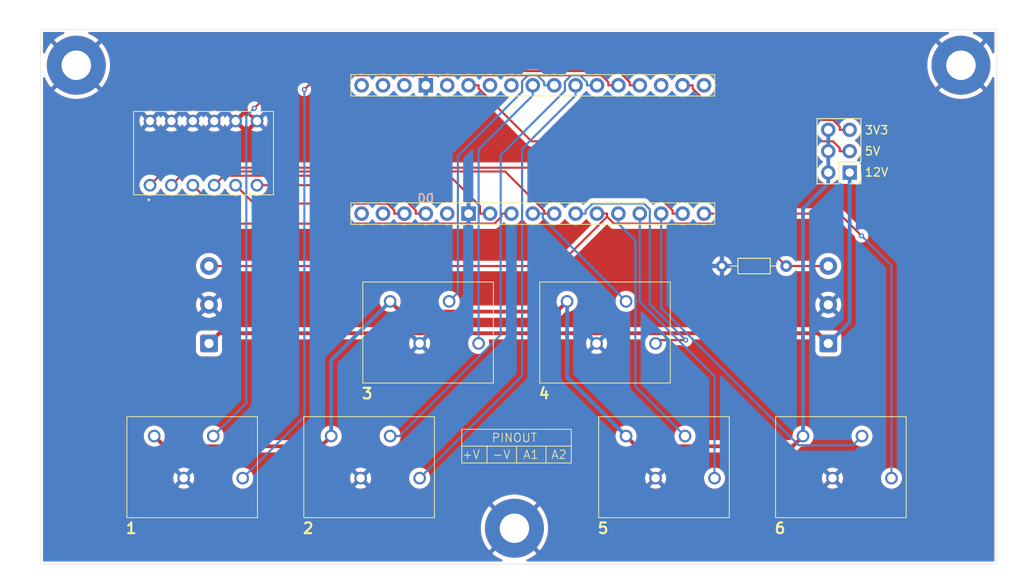
<source format=kicad_pcb>
(kicad_pcb (version 20241229) (generator "pcbnew") (generator_version "9.0")
  (title_block (title "A2SDI12") (date "2024-12-22") (rev "1") (comment 1 "TC-10860772") (comment 4 "AISLER Project ID: WSSSHCKQ"))
  (layers (0 "F.Cu" signal) (2 "B.Cu" signal) (13 "F.Paste" user) (15 "B.Paste" user) (5 "F.SilkS" user "F.Silkscreen") (7 "B.SilkS" user "B.Silkscreen") (1 "F.Mask" user) (3 "B.Mask" user) (25 "Edge.Cuts" user))
  (net 0 "")
  (net 1 "/D2")
  (net 2 "/A8")
  (net 3 "/D3")
  (net 5 "/A0")
  (net 6 "/D5")
  (net 8 "/D11")
  (net 9 "/D0")
  (net 11 "/D7")
  (net 16 "GND")
  (net 17 "+12V")
  (net 18 "/3V3")
  (net 19 "/5V")
  (net 20 "/D1")
  (net 21 "/VIN")
  (net 22 "/A5")
  (net 23 "/A4")
  (net 24 "/A10")
  (net 26 "/A1")
  (net 27 "/A9")
  (net 28 "/A3")
  (net 29 "/A11")
  (net 30 "/A2")
  (net 31 "/VCC")
  (net 32 "/A7")
  (net 33 "/A6")
  (footprint "Connector_Wire:SolderWire-0.5sqmm_1x03_P4.6mm_D0.9mm_OD2.1mm" (layer "F.Cu") (at 145.5879 60.791 90)
    (property "Reference" "J1" (hide yes))
    (property "Value" "Conn_01x03_Socket")
    (pad "1" thru_hole roundrect (at 0 0 90) (size 2.1 2.1) (drill 1.1) (layers "*.Cu" "*.Mask") (roundrect_rratio 0.119048) (net 17 "+12V"))
    (pad "2" thru_hole circle (at 4.6 0 90) (size 2.1 2.1) (drill 1.1) (layers "*.Cu" "*.Mask") (net 16 "GND"))
    (pad "3" thru_hole circle (at 9.2 0 90) (size 2.1 2.1) (drill 1.1) (layers "*.Cu" "*.Mask") (net 11 "/D7"))
  )
  (footprint "footprints:PTSA_15_4_35_Z" (layer "F.Cu") (at 121.5879 71.791)
    (property "Reference" "J12" (hide yes))
    (property "Value" "1985218" (hide yes))
    (fp_line (start -3.25 -2.3) (end -3.25 9.7) (stroke (width 0.1)) (layer "F.SilkS"))
    (fp_line (start -3.25 9.7) (end 12.25 9.7) (stroke (width 0.1)) (layer "F.SilkS"))
    (fp_line (start 12.25 -2.3) (end -3.25 -2.3) (stroke (width 0.1)) (layer "F.SilkS"))
    (fp_line (start 12.25 9.7) (end 12.25 -2.3) (stroke (width 0.1)) (layer "F.SilkS"))
    (pad "1" thru_hole circle (at 0 0) (size 1.5 1.5) (drill 1) (layers "*.Cu" "*.Mask") (net 21 "/VIN"))
    (pad "2" thru_hole circle (at 3.5 5) (size 1.5 1.5) (drill 1) (layers "*.Cu" "*.Mask") (net 16 "GND"))
    (pad "3" thru_hole circle (at 7 0) (size 1.5 1.5) (drill 1) (layers "*.Cu" "*.Mask") (net 2 "/A8"))
    (pad "4" thru_hole circle (at 10.5 5) (size 1.5 1.5) (drill 1) (layers "*.Cu" "*.Mask") (net 27 "/A9"))
  )
  (footprint "MountingHole:MountingHole_3.5mm_Pad" (layer "F.Cu") (at 56.3379 27.741)
    (property "Reference" "H1" (hide yes))
    (property "Value" "MountingHole_Pad")
    (pad "1" thru_hole circle (at 0 0) (size 7 7) (drill 3.5) (layers "*.Cu" "*.Mask") (net 16 "GND"))
  )
  (footprint "Resistor_THT:R_Axial_DIN0204_L3.6mm_D1.6mm_P7.62mm_Horizontal" (layer "F.Cu") (at 140.5879 51.591 180)
    (property "Reference" "R13" (hide yes))
    (property "Value" "100k")
    (fp_line (start 6.68 0) (end 5.73 0) (stroke (width 0.12)) (layer "F.SilkS"))
    (fp_line (start 5.73 0.92) (end 5.73 -0.92) (stroke (width 0.12)) (layer "F.SilkS"))
    (fp_line (start 5.73 -0.92) (end 1.89 -0.92) (stroke (width 0.12)) (layer "F.SilkS"))
    (fp_line (start 1.89 0.92) (end 5.73 0.92) (stroke (width 0.12)) (layer "F.SilkS"))
    (fp_line (start 1.89 -0.92) (end 1.89 0.92) (stroke (width 0.12)) (layer "F.SilkS"))
    (fp_line (start 0.94 0) (end 1.89 0) (stroke (width 0.12)) (layer "F.SilkS"))
    (pad "1" thru_hole circle (at 0 0 180) (size 1.4 1.4) (drill 0.7) (layers "*.Cu" "*.Mask") (net 11 "/D7"))
    (pad "2" thru_hole oval (at 7.62 0 180) (size 1.4 1.4) (drill 0.7) (layers "*.Cu" "*.Mask") (net 16 "GND"))
  )
  (footprint "footprints:Arduino_Micro_Socket" (layer "F.Cu") (at 134.7567 28.745 180)
    (property "Reference" "A1" (hide yes))
    (property "Value" "Arduino_Micro_Socket")
    (fp_rect (start 2.65 -2.65) (end 45.83 -0.11) (stroke (width 0.1)) (fill no) (layer "F.SilkS"))
    (fp_rect (start 2.65 -17.89) (end 45.83 -15.35) (stroke (width 0.1)) (fill no) (layer "F.SilkS"))
    (fp_text user "D0" (at 36.94 -14.715 180) (layer "F.SilkS"))
    (fp_text user "D0" (at 36.94 -14.715 180) (layer "B.SilkS") (effects (justify mirror)))
    (pad "" thru_hole oval (at 26.78 -1.38 180) (size 1.7272 1.7272) (drill 1.016) (layers "*.Cu" "*.Mask"))
    (pad "" thru_hole oval (at 29.32 -1.38 180) (size 1.7272 1.7272) (drill 1.016) (layers "*.Cu" "*.Mask"))
    (pad "3V3" thru_hole oval (at 6.46 -1.38 180) (size 1.7272 1.7272) (drill 1.016) (layers "*.Cu" "*.Mask") (net 18 "/3V3"))
    (pad "5V" thru_hole oval (at 31.86 -1.38 180) (size 1.7272 1.7272) (drill 1.016) (layers "*.Cu" "*.Mask") (net 19 "/5V"))
    (pad "A0" thru_hole oval (at 11.54 -1.38 180) (size 1.7272 1.7272) (drill 1.016) (layers "*.Cu" "*.Mask") (net 5 "/A0"))
    (pad "A1" thru_hole oval (at 14.08 -1.38 180) (size 1.7272 1.7272) (drill 1.016) (layers "*.Cu" "*.Mask") (net 26 "/A1"))
    (pad "A2" thru_hole oval (at 16.62 -1.38 180) (size 1.7272 1.7272) (drill 1.016) (layers "*.Cu" "*.Mask") (net 30 "/A2"))
    (pad "A3" thru_hole oval (at 19.16 -1.38 180) (size 1.7272 1.7272) (drill 1.016) (layers "*.Cu" "*.Mask") (net 28 "/A3"))
    (pad "A4" thru_hole oval (at 21.7 -1.38 180) (size 1.7272 1.7272) (drill 1.016) (layers "*.Cu" "*.Mask") (net 23 "/A4"))
    (pad "A5" thru_hole oval (at 24.24 -1.38 180) (size 1.7272 1.7272) (drill 1.016) (layers "*.Cu" "*.Mask") (net 22 "/A5"))
    (pad "AREF" thru_hole oval (at 9 -1.38 180) (size 1.7272 1.7272) (drill 1.016) (layers "*.Cu" "*.Mask"))
    (pad "D0" thru_hole oval (at 36.94 -16.62 180) (size 1.7272 1.7272) (drill 1.016) (layers "*.Cu" "*.Mask") (net 9 "/D0"))
    (pad "D1" thru_hole oval (at 39.48 -16.62 180) (size 1.7272 1.7272) (drill 1.016) (layers "*.Cu" "*.Mask") (net 20 "/D1"))
    (pad "D2" thru_hole oval (at 29.32 -16.62 180) (size 1.7272 1.7272) (drill 1.016) (layers "*.Cu" "*.Mask") (net 1 "/D2"))
    (pad "D3" thru_hole oval (at 26.78 -16.62 180) (size 1.7272 1.7272) (drill 1.016) (layers "*.Cu" "*.Mask") (net 3 "/D3"))
    (pad "D4" thru_hole oval (at 24.24 -16.62 180) (size 1.7272 1.7272) (drill 1.016) (layers "*.Cu" "*.Mask") (net 33 "/A6"))
    (pad "D5" thru_hole oval (at 21.7 -16.62 180) (size 1.7272 1.7272) (drill 1.016) (layers "*.Cu" "*.Mask") (net 6 "/D5"))
    (pad "D6" thru_hole oval (at 19.16 -16.62 180) (size 1.7272 1.7272) (drill 1.016) (layers "*.Cu" "*.Mask") (net 32 "/A7"))
    (pad "D7" thru_hole oval (at 16.62 -16.62 180) (size 1.7272 1.7272) (drill 1.016) (layers "*.Cu" "*.Mask") (net 11 "/D7"))
    (pad "D8" thru_hole oval (at 14.08 -16.62 180) (size 1.7272 1.7272) (drill 1.016) (layers "*.Cu" "*.Mask") (net 2 "/A8"))
    (pad "D9" thru_hole oval (at 11.54 -16.62 180) (size 1.7272 1.7272) (drill 1.016) (layers "*.Cu" "*.Mask") (net 27 "/A9"))
    (pad "D10" thru_hole oval (at 9 -16.62 180) (size 1.7272 1.7272) (drill 1.016) (layers "*.Cu" "*.Mask") (net 24 "/A10"))
    (pad "D11" thru_hole oval (at 6.46 -16.62 180) (size 1.7272 1.7272) (drill 1.016) (layers "*.Cu" "*.Mask") (net 8 "/D11"))
    (pad "D12" thru_hole oval (at 3.92 -16.62 180) (size 1.7272 1.7272) (drill 1.016) (layers "*.Cu" "*.Mask") (net 29 "/A11"))
    (pad "D13" thru_hole oval (at 3.92 -1.38 180) (size 1.7272 1.7272) (drill 1.016) (layers "*.Cu" "*.Mask"))
    (pad "GND1" thru_hole rect (at 36.94 -1.38 180) (size 1.7272 1.7272) (drill 1.016) (layers "*.Cu" "*.Mask") (net 16 "GND"))
    (pad "GND2" thru_hole rect (at 31.86 -16.62 180) (size 1.7272 1.7272) (drill 1.016) (layers "*.Cu" "*.Mask") (net 16 "GND"))
    (pad "MISO" thru_hole oval (at 42.02 -1.38 180) (size 1.7272 1.7272) (drill 1.016) (layers "*.Cu" "*.Mask"))
    (pad "MOSI" thru_hole circle (at 44.56 -16.62 180) (size 1.7272 1.7272) (drill 1.016) (layers "*.Cu" "*.Mask"))
    (pad "RST1" thru_hole oval (at 34.4 -1.38 180) (size 1.7272 1.7272) (drill 1.016) (layers "*.Cu" "*.Mask"))
    (pad "RST2" thru_hole oval (at 34.4 -16.62 180) (size 1.7272 1.7272) (drill 1.016) (layers "*.Cu" "*.Mask"))
    (pad "SCK" thru_hole oval (at 44.56 -1.38 180) (size 1.7272 1.7272) (drill 1.016) (layers "*.Cu" "*.Mask"))
    (pad "SS" thru_hole oval (at 42.02 -16.62 180) (size 1.7272 1.7272) (drill 1.016) (layers "*.Cu" "*.Mask"))
    (pad "VIN" thru_hole oval (at 39.48 -1.38 180) (size 1.7272 1.7272) (drill 1.016) (layers "*.Cu" "*.Mask") (net 31 "/VCC"))
  )
  (footprint "footprints:PTSA_15_4_35_Z" (layer "F.Cu") (at 93.5879 55.791)
    (property "Reference" "J8" (hide yes))
    (property "Value" "1985218" (hide yes))
    (fp_line (start -3.25 -2.3) (end -3.25 9.7) (stroke (width 0.1)) (layer "F.SilkS"))
    (fp_line (start -3.25 9.7) (end 12.25 9.7) (stroke (width 0.1)) (layer "F.SilkS"))
    (fp_line (start 12.25 -2.3) (end -3.25 -2.3) (stroke (width 0.1)) (layer "F.SilkS"))
    (fp_line (start 12.25 9.7) (end 12.25 -2.3) (stroke (width 0.1)) (layer "F.SilkS"))
    (pad "1" thru_hole circle (at 0 0) (size 1.5 1.5) (drill 1) (layers "*.Cu" "*.Mask") (net 21 "/VIN"))
    (pad "2" thru_hole circle (at 3.5 5) (size 1.5 1.5) (drill 1) (layers "*.Cu" "*.Mask") (net 16 "GND"))
    (pad "3" thru_hole circle (at 7 0) (size 1.5 1.5) (drill 1) (layers "*.Cu" "*.Mask") (net 23 "/A4"))
    (pad "4" thru_hole circle (at 10.5 5) (size 1.5 1.5) (drill 1) (layers "*.Cu" "*.Mask") (net 22 "/A5"))
  )
  (footprint "footprints:NDS06V" (layer "F.Cu") (at 65.0879 41.991)
    (property "Reference" "S2" (hide yes))
    (property "Value" "NDS-06-V" (hide yes))
    (fp_line (start -1.95 -8.76) (end 14.65 -8.76) (stroke (width 0.1)) (layer "F.SilkS"))
    (fp_line (start -1.95 1.14) (end -1.95 -8.76) (stroke (width 0.1)) (layer "F.SilkS"))
    (fp_line (start -0.15 1.69) (end -0.15 1.69) (stroke (width 0.2)) (layer "F.SilkS"))
    (fp_line (start -0.15 1.79) (end -0.15 1.79) (stroke (width 0.2)) (layer "F.SilkS"))
    (fp_line (start 14.65 -8.76) (end 14.65 1.14) (stroke (width 0.1)) (layer "F.SilkS"))
    (fp_line (start 14.65 1.14) (end -1.95 1.14) (stroke (width 0.1)) (layer "F.SilkS"))
    (fp_arc (start -0.15 1.69) (mid -0.1 1.74) (end -0.15 1.79) (stroke (width 0.2)) (layer "F.SilkS"))
    (fp_arc (start -0.15 1.79) (mid -0.2 1.74) (end -0.15 1.69) (stroke (width 0.2)) (layer "F.SilkS"))
    (pad "1" thru_hole circle (at 0 0) (size 1.509 1.509) (drill 0.97) (layers "*.Cu" "*.Mask") (net 8 "/D11"))
    (pad "2" thru_hole circle (at 2.54 0) (size 1.509 1.509) (drill 0.97) (layers "*.Cu" "*.Mask") (net 6 "/D5"))
    (pad "3" thru_hole circle (at 5.08 0) (size 1.509 1.509) (drill 0.97) (layers "*.Cu" "*.Mask") (net 3 "/D3"))
    (pad "4" thru_hole circle (at 7.62 0) (size 1.509 1.509) (drill 0.97) (layers "*.Cu" "*.Mask") (net 1 "/D2"))
    (pad "5" thru_hole circle (at 10.16 0) (size 1.509 1.509) (drill 0.97) (layers "*.Cu" "*.Mask") (net 20 "/D1"))
    (pad "6" thru_hole circle (at 12.7 0) (size 1.509 1.509) (drill 0.97) (layers "*.Cu" "*.Mask") (net 9 "/D0"))
    (pad "7" thru_hole circle (at 12.7 -7.62) (size 1.509 1.509) (drill 0.97) (layers "*.Cu" "*.Mask") (net 16 "GND"))
    (pad "8" thru_hole circle (at 10.16 -7.62) (size 1.509 1.509) (drill 0.97) (layers "*.Cu" "*.Mask") (net 16 "GND"))
    (pad "9" thru_hole circle (at 7.62 -7.62) (size 1.509 1.509) (drill 0.97) (layers "*.Cu" "*.Mask") (net 16 "GND"))
    (pad "10" thru_hole circle (at 5.08 -7.62) (size 1.509 1.509) (drill 0.97) (layers "*.Cu" "*.Mask") (net 16 "GND"))
    (pad "11" thru_hole circle (at 2.54 -7.62) (size 1.509 1.509) (drill 0.97) (layers "*.Cu" "*.Mask") (net 16 "GND"))
    (pad "12" thru_hole circle (at 0 -7.62) (size 1.509 1.509) (drill 0.97) (layers "*.Cu" "*.Mask") (net 16 "GND"))
  )
  (footprint "Connector_PinHeader_2.54mm:PinHeader_2x03_P2.54mm_Vertical" (layer "F.Cu") (at 148.1279 40.491 180)
    (property "Reference" "J3" (hide yes))
    (property "Value" "Conn_02x03_Odd_Even")
    (fp_line (start 3.87 -1.33) (end 3.87 6.41) (stroke (width 0.12)) (layer "F.SilkS"))
    (fp_line (start 1.27 1.27) (end 1.27 -1.33) (stroke (width 0.12)) (layer "F.SilkS"))
    (fp_line (start 1.27 -1.33) (end 3.87 -1.33) (stroke (width 0.12)) (layer "F.SilkS"))
    (fp_line (start -1.33 6.41) (end 3.87 6.41) (stroke (width 0.12)) (layer "F.SilkS"))
    (fp_line (start -1.33 1.27) (end 1.27 1.27) (stroke (width 0.12)) (layer "F.SilkS"))
    (fp_line (start -1.33 1.27) (end -1.33 6.41) (stroke (width 0.12)) (layer "F.SilkS"))
    (fp_line (start -1.33 0) (end -1.33 -1.33) (stroke (width 0.12)) (layer "F.SilkS"))
    (fp_line (start -1.33 -1.33) (end 0 -1.33) (stroke (width 0.12)) (layer "F.SilkS"))
    (pad "1" thru_hole rect (at 0 0 180) (size 1.7 1.7) (drill 1) (layers "*.Cu" "*.Mask") (net 17 "+12V"))
    (pad "2" thru_hole oval (at 2.54 0 180) (size 1.7 1.7) (drill 1) (layers "*.Cu" "*.Mask") (net 21 "/VIN"))
    (pad "3" thru_hole oval (at 0 2.54 180) (size 1.7 1.7) (drill 1) (layers "*.Cu" "*.Mask") (net 19 "/5V"))
    (pad "4" thru_hole oval (at 2.54 2.54 180) (size 1.7 1.7) (drill 1) (layers "*.Cu" "*.Mask") (net 21 "/VIN"))
    (pad "5" thru_hole oval (at 0 5.08 180) (size 1.7 1.7) (drill 1) (layers "*.Cu" "*.Mask") (net 18 "/3V3"))
    (pad "6" thru_hole oval (at 2.54 5.08 180) (size 1.7 1.7) (drill 1) (layers "*.Cu" "*.Mask") (net 21 "/VIN"))
  )
  (footprint "MountingHole:MountingHole_3.5mm_Pad" (layer "F.Cu") (at 161.3379 27.741)
    (property "Reference" "H2" (hide yes))
    (property "Value" "MountingHole_Pad")
    (pad "1" thru_hole circle (at 0 0) (size 7 7) (drill 3.5) (layers "*.Cu" "*.Mask") (net 16 "GND"))
  )
  (footprint "footprints:PTSA_15_4_35_Z" (layer "F.Cu") (at 65.5879 71.791)
    (property "Reference" "J5" (hide yes))
    (property "Value" "1985218" (hide yes))
    (fp_line (start -3.25 -2.3) (end -3.25 9.7) (stroke (width 0.1)) (layer "F.SilkS"))
    (fp_line (start -3.25 9.7) (end 12.25 9.7) (stroke (width 0.1)) (layer "F.SilkS"))
    (fp_line (start 12.25 -2.3) (end -3.25 -2.3) (stroke (width 0.1)) (layer "F.SilkS"))
    (fp_line (start 12.25 9.7) (end 12.25 -2.3) (stroke (width 0.1)) (layer "F.SilkS"))
    (pad "1" thru_hole circle (at 0 0) (size 1.5 1.5) (drill 1) (layers "*.Cu" "*.Mask") (net 21 "/VIN"))
    (pad "2" thru_hole circle (at 3.5 5) (size 1.5 1.5) (drill 1) (layers "*.Cu" "*.Mask") (net 16 "GND"))
    (pad "3" thru_hole circle (at 7 0) (size 1.5 1.5) (drill 1) (layers "*.Cu" "*.Mask") (net 5 "/A0"))
    (pad "4" thru_hole circle (at 10.5 5) (size 1.5 1.5) (drill 1) (layers "*.Cu" "*.Mask") (net 26 "/A1"))
  )
  (footprint "footprints:PTSA_15_4_35_Z" (layer "F.Cu") (at 86.5879 71.791)
    (property "Reference" "J6" (hide yes))
    (property "Value" "1985218" (hide yes))
    (fp_line (start -3.25 -2.3) (end -3.25 9.7) (stroke (width 0.1)) (layer "F.SilkS"))
    (fp_line (start -3.25 9.7) (end 12.25 9.7) (stroke (width 0.1)) (layer "F.SilkS"))
    (fp_line (start 12.25 -2.3) (end -3.25 -2.3) (stroke (width 0.1)) (layer "F.SilkS"))
    (fp_line (start 12.25 9.7) (end 12.25 -2.3) (stroke (width 0.1)) (layer "F.SilkS"))
    (pad "1" thru_hole circle (at 0 0) (size 1.5 1.5) (drill 1) (layers "*.Cu" "*.Mask") (net 21 "/VIN"))
    (pad "2" thru_hole circle (at 3.5 5) (size 1.5 1.5) (drill 1) (layers "*.Cu" "*.Mask") (net 16 "GND"))
    (pad "3" thru_hole circle (at 7 0) (size 1.5 1.5) (drill 1) (layers "*.Cu" "*.Mask") (net 30 "/A2"))
    (pad "4" thru_hole circle (at 10.5 5) (size 1.5 1.5) (drill 1) (layers "*.Cu" "*.Mask") (net 28 "/A3"))
  )
  (footprint "footprints:PTSA_15_4_35_Z" (layer "F.Cu") (at 114.5879 55.791)
    (property "Reference" "J9" (hide yes))
    (property "Value" "1985218" (hide yes))
    (fp_line (start -3.25 -2.3) (end -3.25 9.7) (stroke (width 0.1)) (layer "F.SilkS"))
    (fp_line (start -3.25 9.7) (end 12.25 9.7) (stroke (width 0.1)) (layer "F.SilkS"))
    (fp_line (start 12.25 -2.3) (end -3.25 -2.3) (stroke (width 0.1)) (layer "F.SilkS"))
    (fp_line (start 12.25 9.7) (end 12.25 -2.3) (stroke (width 0.1)) (layer "F.SilkS"))
    (pad "1" thru_hole circle (at 0 0) (size 1.5 1.5) (drill 1) (layers "*.Cu" "*.Mask") (net 21 "/VIN"))
    (pad "2" thru_hole circle (at 3.5 5) (size 1.5 1.5) (drill 1) (layers "*.Cu" "*.Mask") (net 16 "GND"))
    (pad "3" thru_hole circle (at 7 0) (size 1.5 1.5) (drill 1) (layers "*.Cu" "*.Mask") (net 33 "/A6"))
    (pad "4" thru_hole circle (at 10.5 5) (size 1.5 1.5) (drill 1) (layers "*.Cu" "*.Mask") (net 32 "/A7"))
  )
  (footprint "footprints:PTSA_15_4_35_Z" (layer "F.Cu") (at 142.5879 71.791)
    (property "Reference" "J10" (hide yes))
    (property "Value" "1985218" (hide yes))
    (fp_line (start -3.25 -2.3) (end -3.25 9.7) (stroke (width 0.1)) (layer "F.SilkS"))
    (fp_line (start -3.25 9.7) (end 12.25 9.7) (stroke (width 0.1)) (layer "F.SilkS"))
    (fp_line (start 12.25 -2.3) (end -3.25 -2.3) (stroke (width 0.1)) (layer "F.SilkS"))
    (fp_line (start 12.25 9.7) (end 12.25 -2.3) (stroke (width 0.1)) (layer "F.SilkS"))
    (pad "1" thru_hole circle (at 0 0) (size 1.5 1.5) (drill 1) (layers "*.Cu" "*.Mask") (net 21 "/VIN"))
    (pad "2" thru_hole circle (at 3.5 5) (size 1.5 1.5) (drill 1) (layers "*.Cu" "*.Mask") (net 16 "GND"))
    (pad "3" thru_hole circle (at 7 0) (size 1.5 1.5) (drill 1) (layers "*.Cu" "*.Mask") (net 24 "/A10"))
    (pad "4" thru_hole circle (at 10.5 5) (size 1.5 1.5) (drill 1) (layers "*.Cu" "*.Mask") (net 29 "/A11"))
  )
  (footprint "MountingHole:MountingHole_3.5mm_Pad" (layer "F.Cu") (at 108.3379 82.741)
    (property "Reference" "H3" (hide yes))
    (property "Value" "MountingHole_Pad")
    (pad "1" thru_hole circle (at 0 0) (size 7 7) (drill 3.5) (layers "*.Cu" "*.Mask") (net 16 "GND"))
  )
  (footprint "Connector_Wire:SolderWire-0.5sqmm_1x03_P4.6mm_D0.9mm_OD2.1mm" (layer "F.Cu") (at 72.0879 60.791 90)
    (property "Reference" "J2" (hide yes))
    (property "Value" "Conn_01x03_Socket")
    (pad "1" thru_hole roundrect (at 0 0 90) (size 2.1 2.1) (drill 1.1) (layers "*.Cu" "*.Mask") (roundrect_rratio 0.119048) (net 17 "+12V"))
    (pad "2" thru_hole circle (at 4.6 0 90) (size 2.1 2.1) (drill 1.1) (layers "*.Cu" "*.Mask") (net 16 "GND"))
    (pad "3" thru_hole circle (at 9.2 0 90) (size 2.1 2.1) (drill 1.1) (layers "*.Cu" "*.Mask") (net 11 "/D7"))
  )
  (gr_line (start 105.0879 72.991) (end 115.0879 72.991) (stroke (width 0.1)) (layer "F.SilkS"))
  (gr_line (start 108.5879 72.991) (end 108.5879 74.991) (stroke (width 0.1)) (layer "F.SilkS"))
  (gr_line (start 105.0879 72.991) (end 105.0879 74.991) (stroke (width 0.1)) (layer "F.SilkS"))
  (gr_rect (start 102.0879 70.991) (end 115.0879 74.991) (stroke (width 0.1)) (fill no) (layer "F.SilkS"))
  (gr_line (start 112.0879 72.991) (end 112.0879 74.991) (stroke (width 0.1)) (layer "F.SilkS"))
  (gr_line (start 105.0879 72.991) (end 102.0879 72.991) (stroke (width 0.1)) (layer "F.SilkS"))
  (gr_rect (start 52.0879 23.491) (end 165.5879 86.991) (stroke (width 0.05)) (fill no) (layer "Edge.Cuts"))
  (gr_text "PINOUT" (at 108.3379 71.991 0) (layer "F.SilkS") (effects (font (size 1 1) (thickness 0.1))))
  (gr_text "3V3" (at 149.840995 35.45102 0) (layer "F.SilkS") (effects (font (size 1 1)) (justify left)))
  (gr_text "4" (at 111.0879 67.491 0) (layer "F.SilkS") (effects (font (size 1.27 1.27) (thickness 0.254) (bold yes)) (justify left bottom)))
  (gr_text "5V" (at 149.840995 37.95102 0) (layer "F.SilkS") (effects (font (size 1 1)) (justify left)))
  (gr_text "1" (at 62.0879 83.491 0) (layer "F.SilkS") (effects (font (size 1.27 1.27) (thickness 0.254) (bold yes)) (justify left bottom)))
  (gr_text "5" (at 118.0879 83.491 0) (layer "F.SilkS") (effects (font (size 1.27 1.27) (thickness 0.254) (bold yes)) (justify left bottom)))
  (gr_text "2" (at 83.0879 83.491 0) (layer "F.SilkS") (effects (font (size 1.27 1.27) (thickness 0.254) (bold yes)) (justify left bottom)))
  (gr_text "6" (at 139.0879 83.491 0) (layer "F.SilkS") (effects (font (size 1.27 1.27) (thickness 0.254) (bold yes)) (justify left bottom)))
  (gr_text "12V" (at 149.840995 40.45102 0) (layer "F.SilkS") (effects (font (size 1 1)) (justify left)))
  (gr_text "3" (at 90.0879 67.491 0) (layer "F.SilkS") (effects (font (size 1.27 1.27) (thickness 0.254) (bold yes)) (justify left bottom)))
  (gr_text "+V  -V  A1  A2" (at 108.3379 73.991 0) (layer "F.SilkS") (effects (font (size 1 1) (thickness 0.1))))
  (segment (start 100.6355 40.8614) (end 104.2464 44.4723) (width 0.25) (layer "F.Cu") (net 1))
  (segment (start 105.4367 45.365) (end 104.2464 45.365) (width 0.25) (layer "F.Cu") (net 1))
  (segment (start 72.7079 41.991) (end 73.8375 40.8614) (width 0.25) (layer "F.Cu") (net 1))
  (segment (start 104.2464 44.4723) (end 104.2464 45.365) (width 0.25) (layer "F.Cu") (net 1))
  (segment (start 73.8375 40.8614) (end 100.6355 40.8614) (width 0.25) (layer "F.Cu") (net 1))
  (segment (start 122.6929 48.5715) (end 122.6929 65.896) (width 0.25) (layer "B.Cu") (net 2))
  (segment (start 122.6929 65.896) (end 128.5879 71.791) (width 0.25) (layer "B.Cu") (net 2))
  (segment (start 120.6767 46.5553) (end 122.6929 48.5715) (width 0.25) (layer "B.Cu") (net 2))
  (segment (start 120.6767 45.365) (end 120.6767 46.5553) (width 0.25) (layer "B.Cu") (net 2))
  (segment (start 70.1679 41.991) (end 74.7322 46.5553) (width 0.25) (layer "F.Cu") (net 3))
  (segment (start 105.9682 46.5553) (end 106.7864 45.7371) (width 0.25) (layer "F.Cu") (net 3))
  (segment (start 106.7864 45.7371) (end 106.7864 45.365) (width 0.25) (layer "F.Cu") (net 3))
  (segment (start 107.9767 45.365) (end 106.7864 45.365) (width 0.25) (layer "F.Cu") (net 3))
  (segment (start 74.7322 46.5553) (end 105.9682 46.5553) (width 0.25) (layer "F.Cu") (net 3))
  (segment (start 81.8754 28.4312) (end 77.4601 32.8465) (width 0.25) (layer "F.Cu") (net 5))
  (segment (start 122.0264 29.753) (end 120.7046 28.4312) (width 0.25) (layer "F.Cu") (net 5))
  (segment (start 123.2167 30.125) (end 122.0264 30.125) (width 0.25) (layer "F.Cu") (net 5))
  (segment (start 122.0264 30.125) (end 122.0264 29.753) (width 0.25) (layer "F.Cu") (net 5))
  (segment (start 120.7046 28.4312) (end 81.8754 28.4312) (width 0.25) (layer "F.Cu") (net 5))
  (via (at 77.4601 32.8465) (size 0.6) (drill 0.3) (layers "F.Cu" "B.Cu") (net 5))
  (segment (start 77.4601 32.8465) (end 76.5179 33.7887) (width 0.25) (layer "B.Cu") (net 5))
  (segment (start 76.5179 33.7887) (end 76.5179 67.861) (width 0.25) (layer "B.Cu") (net 5))
  (segment (start 76.5179 67.861) (end 72.5879 71.791) (width 0.25) (layer "B.Cu") (net 5))
  (segment (start 107.2361 40.3627) (end 111.8664 44.993) (width 0.25) (layer "F.Cu") (net 6))
  (segment (start 69.2562 40.3627) (end 107.2361 40.3627) (width 0.25) (layer "F.Cu") (net 6))
  (segment (start 111.8664 44.993) (end 111.8664 45.365) (width 0.25) (layer "F.Cu") (net 6))
  (segment (start 113.0567 45.365) (end 111.8664 45.365) (width 0.25) (layer "F.Cu") (net 6))
  (segment (start 67.6279 41.991) (end 69.2562 40.3627) (width 0.25) (layer "F.Cu") (net 6))
  (segment (start 122.0238 39.9104) (end 127.1064 44.993) (width 0.25) (layer "F.Cu") (net 8))
  (segment (start 127.1064 44.993) (end 127.1064 45.365) (width 0.25) (layer "F.Cu") (net 8))
  (segment (start 67.1685 39.9104) (end 122.0238 39.9104) (width 0.25) (layer "F.Cu") (net 8))
  (segment (start 128.2967 45.365) (end 127.1064 45.365) (width 0.25) (layer "F.Cu") (net 8))
  (segment (start 65.0879 41.991) (end 67.1685 39.9104) (width 0.25) (layer "F.Cu") (net 8))
  (segment (start 96.6264 44.993) (end 96.6264 45.365) (width 0.25) (layer "F.Cu") (net 9))
  (segment (start 77.7879 41.991) (end 93.6244 41.991) (width 0.25) (layer "F.Cu") (net 9))
  (segment (start 97.8167 45.365) (end 96.6264 45.365) (width 0.25) (layer "F.Cu") (net 9))
  (segment (start 93.6244 41.991) (end 96.6264 44.993) (width 0.25) (layer "F.Cu") (net 9))
  (segment (start 118.1367 45.365) (end 119.327 45.365) (width 0.25) (layer "F.Cu") (net 11))
  (segment (start 145.5879 51.591) (end 140.5879 51.591) (width 0.25) (layer "F.Cu") (net 11))
  (segment (start 120.1452 46.5553) (end 135.5522 46.5553) (width 0.25) (layer "F.Cu") (net 11))
  (segment (start 119.327 45.365) (end 119.327 45.7371) (width 0.25) (layer "F.Cu") (net 11))
  (segment (start 135.5522 46.5553) (end 140.5879 51.591) (width 0.25) (layer "F.Cu") (net 11))
  (segment (start 119.327 45.7371) (end 120.1452 46.5553) (width 0.25) (layer "F.Cu") (net 11))
  (segment (start 72.0879 51.591) (end 113.4731 51.591) (width 0.25) (layer "F.Cu") (net 11))
  (segment (start 113.4731 51.591) (end 119.327 45.7371) (width 0.25) (layer "F.Cu") (net 11))
  (segment (start 73.3042 59.5747) (end 144.3716 59.5747) (width 0.45) (layer "F.Cu") (net 17))
  (segment (start 72.0879 60.791) (end 73.3042 59.5747) (width 0.45) (layer "F.Cu") (net 17))
  (segment (start 144.3716 59.5747) (end 145.5879 60.791) (width 0.45) (layer "F.Cu") (net 17))
  (segment (start 148.1279 58.251) (end 148.1279 40.491) (width 0.45) (layer "B.Cu") (net 17))
  (segment (start 145.5879 60.791) (end 148.1279 58.251) (width 0.45) (layer "B.Cu") (net 17))
  (segment (start 129.487 30.125) (end 129.487 30.4971) (width 0.25) (layer "F.Cu") (net 18))
  (segment (start 146.1423 34.2343) (end 146.9512 35.0432) (width 0.25) (layer "F.Cu") (net 18))
  (segment (start 129.487 30.4971) (end 133.2242 34.2343) (width 0.25) (layer "F.Cu") (net 18))
  (segment (start 146.9512 35.0432) (end 146.9512 35.411) (width 0.25) (layer "F.Cu") (net 18))
  (segment (start 148.1279 35.411) (end 146.9512 35.411) (width 0.25) (layer "F.Cu") (net 18))
  (segment (start 128.2967 30.125) (end 129.487 30.125) (width 0.25) (layer "F.Cu") (net 18))
  (segment (start 133.2242 34.2343) (end 146.1423 34.2343) (width 0.25) (layer "F.Cu") (net 18))
  (segment (start 110.3643 36.7743) (end 146.1423 36.7743) (width 0.25) (layer "F.Cu") (net 19))
  (segment (start 148.1279 37.951) (end 146.9512 37.951) (width 0.25) (layer "F.Cu") (net 19))
  (segment (start 104.087 30.497) (end 110.3643 36.7743) (width 0.25) (layer "F.Cu") (net 19))
  (segment (start 146.1423 36.7743) (end 146.9512 37.5832) (width 0.25) (layer "F.Cu") (net 19))
  (segment (start 102.8967 30.125) (end 104.087 30.125) (width 0.25) (layer "F.Cu") (net 19))
  (segment (start 146.9512 37.5832) (end 146.9512 37.951) (width 0.25) (layer "F.Cu") (net 19))
  (segment (start 104.087 30.125) (end 104.087 30.497) (width 0.25) (layer "F.Cu") (net 19))
  (segment (start 77.4316 44.1747) (end 93.2682 44.1747) (width 0.25) (layer "F.Cu") (net 20))
  (segment (start 93.2682 44.1747) (end 94.0864 44.9929) (width 0.25) (layer "F.Cu") (net 20))
  (segment (start 95.2767 45.365) (end 94.0864 45.365) (width 0.25) (layer "F.Cu") (net 20))
  (segment (start 75.2479 41.991) (end 77.4316 44.1747) (width 0.25) (layer "F.Cu") (net 20))
  (segment (start 94.0864 44.9929) (end 94.0864 45.365) (width 0.25) (layer "F.Cu") (net 20))
  (segment (start 122.8041 73.0072) (end 121.5879 71.791) (width 0.45) (layer "F.Cu") (net 21))
  (segment (start 113.3717 57.0072) (end 94.8041 57.0072) (width 0.45) (layer "F.Cu") (net 21))
  (segment (start 66.8041 73.0072) (end 65.5879 71.791) (width 0.45) (layer "F.Cu") (net 21))
  (segment (start 142.5879 71.791) (end 141.3717 73.0072) (width 0.45) (layer "F.Cu") (net 21))
  (segment (start 86.5879 71.791) (end 85.3717 73.0072) (width 0.45) (layer "F.Cu") (net 21))
  (segment (start 85.3717 73.0072) (end 66.8041 73.0072) (width 0.45) (layer "F.Cu") (net 21))
  (segment (start 141.3717 73.0072) (end 122.8041 73.0072) (width 0.45) (layer "F.Cu") (net 21))
  (segment (start 114.5879 55.791) (end 113.3717 57.0072) (width 0.45) (layer "F.Cu") (net 21))
  (segment (start 94.8041 57.0072) (end 93.5879 55.791) (width 0.45) (layer "F.Cu") (net 21))
  (segment (start 86.5879 62.791) (end 93.5879 55.791) (width 0.45) (layer "B.Cu") (net 21))
  (segment (start 114.5879 64.791) (end 121.5879 71.791) (width 0.45) (layer "B.Cu") (net 21))
  (segment (start 145.5879 37.951) (end 145.5879 40.491) (width 0.45) (layer "B.Cu") (net 21))
  (segment (start 142.5879 44.7677) (end 142.5879 71.791) (width 0.45) (layer "B.Cu") (net 21))
  (segment (start 145.5879 40.491) (end 145.5879 41.7677) (width 0.45) (layer "B.Cu") (net 21))
  (segment (start 114.5879 55.791) (end 114.5879 64.791) (width 0.45) (layer "B.Cu") (net 21))
  (segment (start 86.5879 71.791) (end 86.5879 62.791) (width 0.45) (layer "B.Cu") (net 21))
  (segment (start 145.5879 41.7677) (end 142.5879 44.7677) (width 0.45) (layer "B.Cu") (net 21))
  (segment (start 145.5879 37.951) (end 145.5879 35.411) (width 0.45) (layer "B.Cu") (net 21))
  (segment (start 110.5167 31.3153) (end 104.0879 37.7441) (width 0.25) (layer "B.Cu") (net 22))
  (segment (start 110.5167 30.125) (end 110.5167 31.3153) (width 0.25) (layer "B.Cu") (net 22))
  (segment (start 104.0879 37.7441) (end 104.0879 60.791) (width 0.25) (layer "B.Cu") (net 22))
  (segment (start 111.8664 30.125) (end 111.8664 29.753) (width 0.25) (layer "B.Cu") (net 23))
  (segment (start 113.0567 30.125) (end 111.8664 30.125) (width 0.25) (layer "B.Cu") (net 23))
  (segment (start 101.6268 54.7521) (end 100.5879 55.791) (width 0.25) (layer "B.Cu") (net 23))
  (segment (start 101.6268 38.518) (end 101.6268 54.7521) (width 0.25) (layer "B.Cu") (net 23))
  (segment (start 109.2467 29.6336) (end 109.2467 30.8981) (width 0.25) (layer "B.Cu") (net 23))
  (segment (start 111.8664 29.753) (end 110.9996 28.8862) (width 0.25) (layer "B.Cu") (net 23))
  (segment (start 109.9941 28.8862) (end 109.2467 29.6336) (width 0.25) (layer "B.Cu") (net 23))
  (segment (start 109.2467 30.8981) (end 101.6268 38.518) (width 0.25) (layer "B.Cu") (net 23))
  (segment (start 110.9996 28.8862) (end 109.9941 28.8862) (width 0.25) (layer "B.Cu") (net 23))
  (segment (start 125.7567 56.564) (end 142.0792 72.8865) (width 0.25) (layer "B.Cu") (net 24))
  (segment (start 148.4924 72.8865) (end 149.5879 71.791) (width 0.25) (layer "B.Cu") (net 24))
  (segment (start 142.0792 72.8865) (end 148.4924 72.8865) (width 0.25) (layer "B.Cu") (net 24))
  (segment (start 125.7567 45.365) (end 125.7567 56.564) (width 0.25) (layer "B.Cu") (net 24))
  (segment (start 119.4864 29.753) (end 119.4864 30.125) (width 0.25) (layer "F.Cu") (net 26))
  (segment (start 120.6767 30.125) (end 119.4864 30.125) (width 0.25) (layer "F.Cu") (net 26))
  (segment (start 83.406 30.6287) (end 85.109 28.9257) (width 0.25) (layer "F.Cu") (net 26))
  (segment (start 85.109 28.9257) (end 118.6591 28.9257) (width 0.25) (layer "F.Cu") (net 26))
  (segment (start 118.6591 28.9257) (end 119.4864 29.753) (width 0.25) (layer "F.Cu") (net 26))
  (via (at 83.406 30.6287) (size 0.6) (drill 0.3) (layers "F.Cu" "B.Cu") (net 26))
  (segment (start 83.406 69.4729) (end 76.0879 76.791) (width 0.25) (layer "B.Cu") (net 26))
  (segment (start 83.406 30.6287) (end 83.406 69.4729) (width 0.25) (layer "B.Cu") (net 26))
  (segment (start 123.2167 45.365) (end 123.2167 55.8284) (width 0.25) (layer "B.Cu") (net 27))
  (segment (start 132.0879 64.6996) (end 132.0879 76.791) (width 0.25) (layer "B.Cu") (net 27))
  (segment (start 123.2167 55.8284) (end 132.0879 64.6996) (width 0.25) (layer "B.Cu") (net 27))
  (segment (start 115.5967 31.3153) (end 109.2468 37.6652) (width 0.25) (layer "B.Cu") (net 28))
  (segment (start 115.5967 30.125) (end 115.5967 31.3153) (width 0.25) (layer "B.Cu") (net 28))
  (segment (start 109.2468 64.6321) (end 97.0879 76.791) (width 0.25) (layer "B.Cu") (net 28))
  (segment (start 109.2468 37.6652) (end 109.2468 64.6321) (width 0.25) (layer "B.Cu") (net 28))
  (segment (start 146.905 45.365) (end 149.5417 48.0017) (width 0.25) (layer "F.Cu") (net 29))
  (segment (start 130.8367 45.365) (end 146.905 45.365) (width 0.25) (layer "F.Cu") (net 29))
  (via (at 149.5417 48.0017) (size 0.6) (drill 0.3) (layers "F.Cu" "B.Cu") (net 29))
  (segment (start 149.5417 48.0017) (end 153.0879 51.5479) (width 0.25) (layer "B.Cu") (net 29))
  (segment (start 153.0879 51.5479) (end 153.0879 76.791) (width 0.25) (layer "B.Cu") (net 29))
  (segment (start 114.3267 29.6969) (end 115.0889 28.9347) (width 0.25) (layer "B.Cu") (net 30))
  (segment (start 106.7067 59.7634) (end 106.7067 38.4022) (width 0.25) (layer "B.Cu") (net 30))
  (segment (start 116.1282 28.9347) (end 116.9464 29.7529) (width 0.25) (layer "B.Cu") (net 30))
  (segment (start 94.6791 71.791) (end 106.7067 59.7634) (width 0.25) (layer "B.Cu") (net 30))
  (segment (start 115.0889 28.9347) (end 116.1282 28.9347) (width 0.25) (layer "B.Cu") (net 30))
  (segment (start 114.3267 30.7822) (end 114.3267 29.6969) (width 0.25) (layer "B.Cu") (net 30))
  (segment (start 93.5879 71.791) (end 94.6791 71.791) (width 0.25) (layer "B.Cu") (net 30))
  (segment (start 116.9464 29.7529) (end 116.9464 30.125) (width 0.25) (layer "B.Cu") (net 30))
  (segment (start 106.7067 38.4022) (end 114.3267 30.7822) (width 0.25) (layer "B.Cu") (net 30))
  (segment (start 118.1367 30.125) (end 116.9464 30.125) (width 0.25) (layer "B.Cu") (net 30))
  (segment (start 128.6573 60.3828) (end 125.4961 60.3828) (width 0.25) (layer "F.Cu") (net 32))
  (segment (start 125.4961 60.3828) (end 125.0879 60.791) (width 0.25) (layer "F.Cu") (net 32))
  (via (at 128.6573 60.3828) (size 0.6) (drill 0.3) (layers "F.Cu" "B.Cu") (net 32))
  (segment (start 124.407 44.8642) (end 124.407 56.1325) (width 0.25) (layer "B.Cu") (net 32))
  (segment (start 116.787 44.993) (end 117.6152 44.1648) (width 0.25) (layer "B.Cu") (net 32))
  (segment (start 115.5967 45.365) (end 116.787 45.365) (width 0.25) (layer "B.Cu") (net 32))
  (segment (start 116.787 45.365) (end 116.787 44.993) (width 0.25) (layer "B.Cu") (net 32))
  (segment (start 117.6152 44.1648) (end 123.7076 44.1648) (width 0.25) (layer "B.Cu") (net 32))
  (segment (start 123.7076 44.1648) (end 124.407 44.8642) (width 0.25) (layer "B.Cu") (net 32))
  (segment (start 124.407 56.1325) (end 128.6573 60.3828) (width 0.25) (layer "B.Cu") (net 32))
  (segment (start 111.707 45.365) (end 111.707 45.9101) (width 0.25) (layer "B.Cu") (net 33))
  (segment (start 111.707 45.9101) (end 121.5879 55.791) (width 0.25) (layer "B.Cu") (net 33))
  (segment (start 110.5167 45.365) (end 111.707 45.365) (width 0.25) (layer "B.Cu") (net 33))
  (zone (net 16) (net_name "GND") (layers "F.Cu" "B.Cu") (name "GNDZ") (connect_pads (clearance 0.5)) (min_thickness 0.25) (fill yes (thermal_gap 0.5) (thermal_bridge_width 0.5))
    (polygon (pts (xy 168.8379 19.991) (xy 168.8379 89.491) (xy 47.67985 89.491) (xy 47.280425 19.991)))
  )
)
</source>
